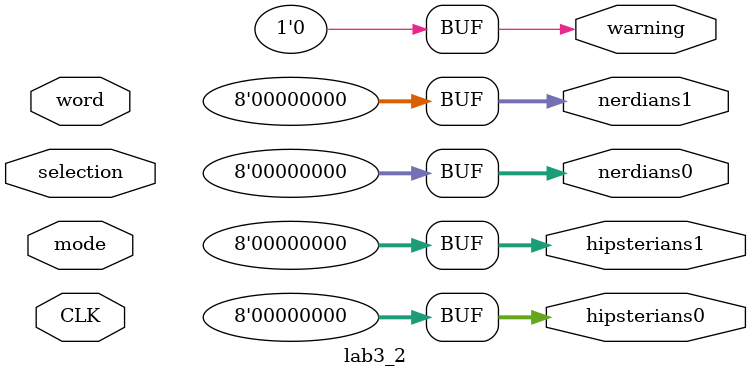
<source format=v>
`timescale 1ns / 1ps 
module lab3_2(
			input[4:0] word,
			input CLK, 
			input selection,
			input mode,
			output reg [7:0] hipsterians1,
			output reg [7:0] hipsterians0,
			output reg [7:0] nerdians1,
			output reg [7:0] nerdians0,
			output reg warning
    );

	initial begin
		hipsterians0=0;
		nerdians0=0;
		hipsterians1=0;
		nerdians1=0;
		warning=0;
	end
   //Modify the lines below to implement your design .
	
	
endmodule



</source>
